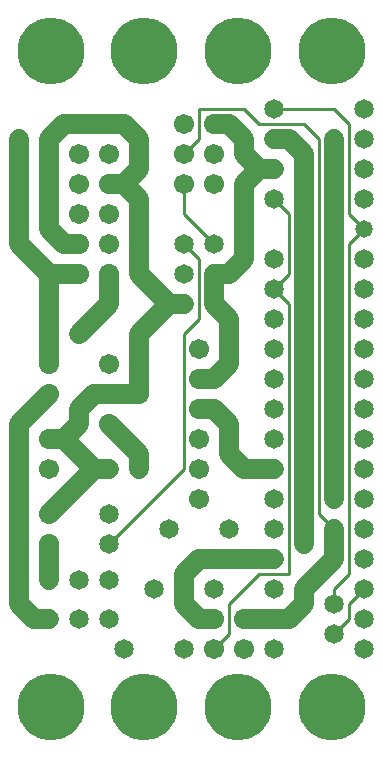
<source format=gtl>
%MOIN*%
%FSLAX25Y25*%
G04 D10 used for Character Trace; *
G04     Circle (OD=.01000) (No hole)*
G04 D11 used for Power Trace; *
G04     Circle (OD=.06500) (No hole)*
G04 D12 used for Signal Trace; *
G04     Circle (OD=.01100) (No hole)*
G04 D13 used for Via; *
G04     Circle (OD=.05800) (Round. Hole ID=.02800)*
G04 D14 used for Component hole; *
G04     Circle (OD=.06500) (Round. Hole ID=.03500)*
G04 D15 used for Component hole; *
G04     Circle (OD=.06700) (Round. Hole ID=.04300)*
G04 D16 used for Component hole; *
G04     Circle (OD=.08100) (Round. Hole ID=.05100)*
G04 D17 used for Component hole; *
G04     Circle (OD=.08900) (Round. Hole ID=.05900)*
G04 D18 used for Component hole; *
G04     Circle (OD=.11300) (Round. Hole ID=.08300)*
G04 D19 used for Component hole; *
G04     Circle (OD=.16000) (Round. Hole ID=.13000)*
G04 D20 used for Component hole; *
G04     Circle (OD=.18300) (Round. Hole ID=.15300)*
G04 D21 used for Component hole; *
G04     Circle (OD=.22291) (Round. Hole ID=.19291)*
%ADD10C,.01000*%
%ADD11C,.06500*%
%ADD12C,.01100*%
%ADD13C,.05800*%
%ADD14C,.06500*%
%ADD15C,.06700*%
%ADD16C,.08100*%
%ADD17C,.08900*%
%ADD18C,.11300*%
%ADD19C,.16000*%
%ADD20C,.18300*%
%ADD21C,.22291*%
%IPPOS*%
%LPD*%
G90*X0Y0D02*D21*X15625Y15625D03*D14*              
X40000Y35000D03*X35000Y45000D03*X25000D03*        
X15000D03*D11*X10000D01*X5000Y50000D01*Y110000D01*
X15000Y120000D01*D15*D03*D11*X20000Y105000D02*    
X25000Y110000D01*X30000Y95000D02*X20000Y105000D01*
X15000Y80000D02*X30000Y95000D01*D15*              
X15000Y80000D03*Y70000D03*D11*Y58000D01*D14*D03*  
X25000D03*X35000D03*Y70000D03*D12*X60000Y95000D01*
Y140000D01*X65000Y145000D01*Y165000D01*           
X60000Y170000D01*D14*D03*X70000Y160000D03*D11*    
Y150000D01*D14*D03*D11*X75000Y145000D01*          
Y130000D01*X70000Y125000D01*X65000D01*D15*D03*    
Y135000D03*Y115000D03*D11*X70000D01*              
X75000Y110000D01*Y100000D01*X80000Y95000D01*      
X90000D01*D14*D03*D13*X100000D03*D11*Y70000D01*   
D13*D03*D11*Y55000D02*X110000Y65000D01*           
X100000Y50000D02*Y55000D01*X95000Y45000D02*       
X100000Y50000D01*X90000Y45000D02*X95000D01*D14*   
X90000D03*D11*X80000D01*D15*D03*D12*              
X75000Y40000D02*Y50000D01*X70000Y35000D02*        
X75000Y40000D01*D15*X70000Y35000D03*X80000D03*    
X70000Y45000D03*D11*X65000D01*X60000Y50000D01*    
Y55000D01*D14*D03*D11*Y60000D01*X65000Y65000D01*  
X90000D01*D14*D03*D12*X85000Y60000D02*X95000D01*  
X75000Y50000D02*X85000Y60000D01*D14*              
X70000Y55000D03*X90000Y35000D03*X60000D03*        
X90000Y55000D03*D12*X95000Y60000D02*Y150000D01*   
X90000Y155000D01*D14*D03*D12*X95000Y160000D01*    
Y180000D01*X90000Y185000D01*D14*D03*              
X100000Y175000D03*D11*Y95000D01*D13*              
X110000Y85000D03*D11*Y120000D01*D13*D03*D11*      
Y175000D01*D14*D03*D11*Y205000D01*D13*D03*D12*    
X115000Y180000D02*Y210000D01*X120000Y175000D02*   
X115000Y180000D01*D13*X120000Y175000D03*D12*      
X115000Y170000D01*Y60000D01*X110000Y55000D01*     
Y50000D01*D14*D03*D12*Y40000D02*X115000Y45000D01* 
D14*X110000Y40000D03*D12*X115000Y45000D02*        
Y50000D01*X120000Y55000D01*D14*D03*D11*           
X110000Y65000D02*Y75000D01*D13*D03*D12*           
X105000Y80000D01*Y205000D01*X100000Y210000D01*    
X85000D01*X80000Y215000D01*X65000D01*Y205000D01*  
X60000Y200000D01*D15*D03*X70000Y190000D03*        
Y210000D03*D11*X75000D01*X80000Y205000D01*        
Y200000D01*X85000Y195000D01*X80000Y190000D01*     
Y165000D01*X75000Y160000D01*X70000D01*D14*        
X60000Y150000D03*D11*X55000D01*X45000Y140000D01*  
Y120000D01*D15*D03*D11*X30000D01*X25000Y115000D01*
Y110000D01*X15000Y105000D02*X20000D01*D15*        
X15000D03*Y95000D03*D11*X30000D02*X35000D01*D14*  
D03*X45000D03*D11*Y100000D01*X35000Y110000D01*D15*
D03*X15000Y130000D03*D11*Y160000D01*X25000D01*D15*
D03*D11*Y140000D02*X35000Y150000D01*D13*          
X25000Y140000D03*D15*X35000Y130000D03*D11*        
Y150000D02*Y160000D01*D15*D03*X25000Y170000D03*   
D11*X20000D01*X15000Y175000D01*Y205000D01*        
X20000Y210000D01*X40000D01*X45000Y205000D01*      
Y195000D01*X40000Y190000D01*X45000Y185000D01*     
Y160000D01*X55000Y150000D01*D14*X60000Y160000D03* 
D15*X35000Y170000D03*D14*X70000D03*D12*           
X60000Y180000D01*Y190000D01*D15*D03*              
X70000Y200000D03*X60000Y210000D03*D11*            
X35000Y190000D02*X40000D01*D15*X35000D03*         
X25000Y200000D03*Y180000D03*X35000Y200000D03*     
X25000Y190000D03*X35000Y180000D03*D11*            
X15000Y160000D02*X5000Y170000D01*Y205000D01*D13*  
D03*D21*X15625Y234375D03*X46875D03*X78125D03*D11* 
X85000Y195000D02*X90000D01*D14*D03*D11*           
X100000Y200000D02*X95000Y205000D01*               
X100000Y175000D02*Y200000D01*D14*X90000Y165000D03*
X120000Y155000D03*Y195000D03*Y165000D03*          
Y185000D03*Y205000D03*X90000Y145000D03*D11*       
Y205000D02*X95000D01*D14*X90000D03*Y215000D03*D12*
X110000D01*X115000Y210000D01*D14*                 
X120000Y215000D03*D21*X109375Y234375D03*D14*      
X120000Y145000D03*X90000Y135000D03*X120000D03*    
X90000Y125000D03*X120000D03*X90000Y115000D03*     
X120000D03*D15*X65000Y105000D03*D14*X90000D03*    
X120000D03*D15*X65000Y95000D03*D14*X120000D03*D15*
X65000Y85000D03*D14*X90000D03*X120000D03*         
X35000Y80000D03*X55000Y75000D03*X75000D03*        
X90000D03*X120000D03*Y65000D03*X50000Y55000D03*   
X120000Y45000D03*Y35000D03*D21*X46875Y15625D03*   
X78125D03*X109375D03*M02*                         

</source>
